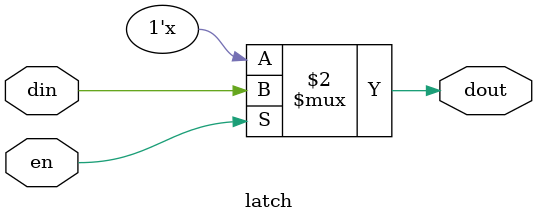
<source format=v>
module latch(en, din, dout);
input en, din;
output dout;

always @* 
    if (en)
        dout <= din;

endmodule

</source>
